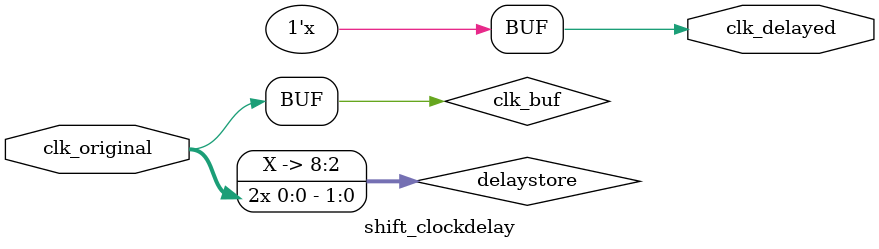
<source format=v>
`timescale 1ns / 1ps


module shift_clockdelay #(
    parameter DELAYBITS = 10
) (
    input clk_original,
    output clk_delayed
);
    //if(DELAYBITS >= 2) begin
        reg [DELAYBITS-2:0] delaystore;
        wire clk_buf;
        assign clk_buf = clk_original;
        always @(clk_original) begin
            delaystore[0] = clk_buf;
            if(DELAYBITS > 2)
                delaystore[DELAYBITS-2 : 1] = delaystore[DELAYBITS-3 : 0];
        end
        assign clk_delayed = delaystore[DELAYBITS-2];
//    end else if (DELAYBITS == 1) begin
//        reg delaystore1;
//        wire clk_buf;
//        assign clk_buf = clk_original;
//        always @(clk_original) begin
//            delaystore1 = clk_buf;
//        end
//        assign clk_delayed = delaystore1;
//    end
endmodule

</source>
